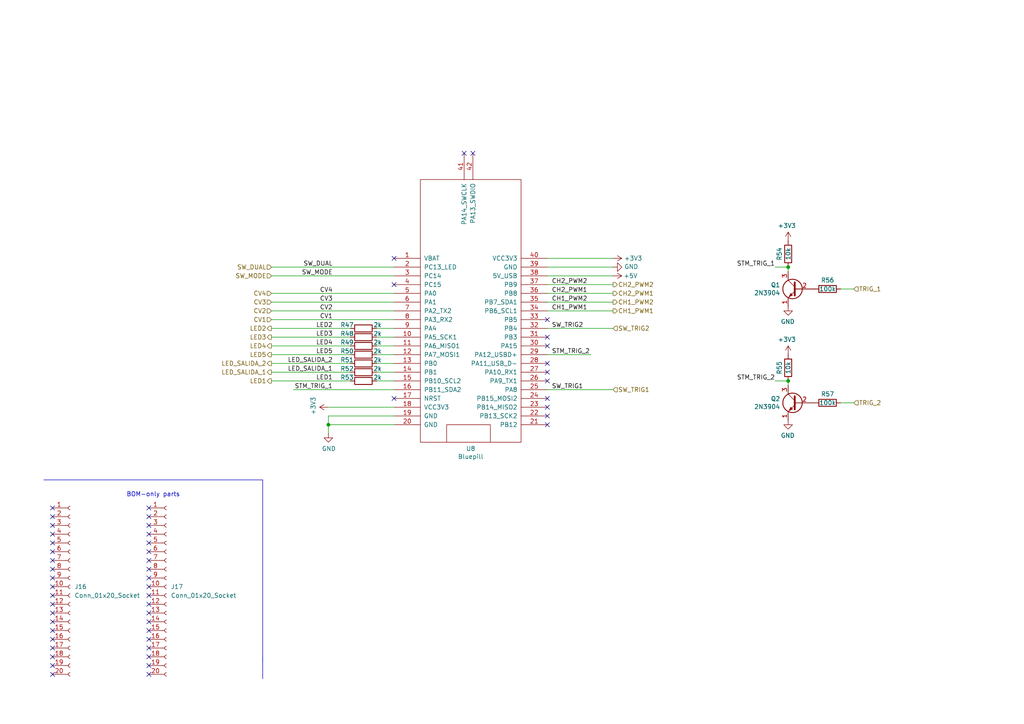
<source format=kicad_sch>
(kicad_sch (version 20231120) (generator "eeschema") (generator_version "8.0")
  (paper "A4")
  (title_block (title "Processor") (date "2024-09-14") (rev "v0.1") (company "Sluisbrinkie"))
  (lib_symbols
    (symbol "Connector:Conn_01x20_Socket" (pin_names (offset 1.016) hide)
      (property "Reference" "J" (at 0 25.4 0))
      (property "Value" "Conn_01x20_Socket" (at 0 -27.94 0))
      (symbol "Conn_01x20_Socket_1_1"
        (arc (start 0 -24.892) (mid -0.5058 -25.4) (end 0 -25.908) (stroke (width 0.1524)))
        (arc (start 0 -22.352) (mid -0.5058 -22.86) (end 0 -23.368) (stroke (width 0.1524)))
        (arc (start 0 -19.812) (mid -0.5058 -20.32) (end 0 -20.828) (stroke (width 0.1524)))
        (arc (start 0 -17.272) (mid -0.5058 -17.78) (end 0 -18.288) (stroke (width 0.1524)))
        (arc (start 0 -14.732) (mid -0.5058 -15.24) (end 0 -15.748) (stroke (width 0.1524)))
        (arc (start 0 -12.192) (mid -0.5058 -12.7) (end 0 -13.208) (stroke (width 0.1524)))
        (arc (start 0 -9.652) (mid -0.5058 -10.16) (end 0 -10.668) (stroke (width 0.1524)))
        (arc (start 0 -7.112) (mid -0.5058 -7.62) (end 0 -8.128) (stroke (width 0.1524)))
        (arc (start 0 -4.572) (mid -0.5058 -5.08) (end 0 -5.588) (stroke (width 0.1524)))
        (arc (start 0 -2.032) (mid -0.5058 -2.54) (end 0 -3.048) (stroke (width 0.1524)))
        (polyline (pts (xy -1.27 -25.4) (xy -0.508 -25.4)) (stroke (width 0.1524)))
        (polyline (pts (xy -1.27 -22.86) (xy -0.508 -22.86)) (stroke (width 0.1524)))
        (polyline (pts (xy -1.27 -20.32) (xy -0.508 -20.32)) (stroke (width 0.1524)))
        (polyline (pts (xy -1.27 -17.78) (xy -0.508 -17.78)) (stroke (width 0.1524)))
        (polyline (pts (xy -1.27 -15.24) (xy -0.508 -15.24)) (stroke (width 0.1524)))
        (polyline (pts (xy -1.27 -12.7) (xy -0.508 -12.7)) (stroke (width 0.1524)))
        (polyline (pts (xy -1.27 -10.16) (xy -0.508 -10.16)) (stroke (width 0.1524)))
        (polyline (pts (xy -1.27 -7.62) (xy -0.508 -7.62)) (stroke (width 0.1524)))
        (polyline (pts (xy -1.27 -5.08) (xy -0.508 -5.08)) (stroke (width 0.1524)))
        (polyline (pts (xy -1.27 -2.54) (xy -0.508 -2.54)) (stroke (width 0.1524)))
        (polyline (pts (xy -1.27 0) (xy -0.508 0)) (stroke (width 0.1524)))
        (polyline (pts (xy -1.27 2.54) (xy -0.508 2.54)) (stroke (width 0.1524)))
        (polyline (pts (xy -1.27 5.08) (xy -0.508 5.08)) (stroke (width 0.1524)))
        (polyline (pts (xy -1.27 7.62) (xy -0.508 7.62)) (stroke (width 0.1524)))
        (polyline (pts (xy -1.27 10.16) (xy -0.508 10.16)) (stroke (width 0.1524)))
        (polyline (pts (xy -1.27 12.7) (xy -0.508 12.7)) (stroke (width 0.1524)))
        (polyline (pts (xy -1.27 15.24) (xy -0.508 15.24)) (stroke (width 0.1524)))
        (polyline (pts (xy -1.27 17.78) (xy -0.508 17.78)) (stroke (width 0.1524)))
        (polyline (pts (xy -1.27 20.32) (xy -0.508 20.32)) (stroke (width 0.1524)))
        (polyline (pts (xy -1.27 22.86) (xy -0.508 22.86)) (stroke (width 0.1524)))
        (arc (start 0 0.508) (mid -0.5058 0) (end 0 -0.508) (stroke (width 0.1524)))
        (arc (start 0 3.048) (mid -0.5058 2.54) (end 0 2.032) (stroke (width 0.1524)))
        (arc (start 0 5.588) (mid -0.5058 5.08) (end 0 4.572) (stroke (width 0.1524)))
        (arc (start 0 8.128) (mid -0.5058 7.62) (end 0 7.112) (stroke (width 0.1524)))
        (arc (start 0 10.668) (mid -0.5058 10.16) (end 0 9.652) (stroke (width 0.1524)))
        (arc (start 0 13.208) (mid -0.5058 12.7) (end 0 12.192) (stroke (width 0.1524)))
        (arc (start 0 15.748) (mid -0.5058 15.24) (end 0 14.732) (stroke (width 0.1524)))
        (arc (start 0 18.288) (mid -0.5058 17.78) (end 0 17.272) (stroke (width 0.1524)))
        (arc (start 0 20.828) (mid -0.5058 20.32) (end 0 19.812) (stroke (width 0.1524)))
        (arc (start 0 23.368) (mid -0.5058 22.86) (end 0 22.352) (stroke (width 0.1524)))
        (pin passive line (at -5.08 22.86 0) (length 3.81) (name "Pin_1") (number "1"))
        (pin passive line (at -5.08 0 0) (length 3.81) (name "Pin_10") (number "10"))
        (pin passive line (at -5.08 -2.54 0) (length 3.81) (name "Pin_11") (number "11"))
        (pin passive line (at -5.08 -5.08 0) (length 3.81) (name "Pin_12") (number "12"))
        (pin passive line (at -5.08 -7.62 0) (length 3.81) (name "Pin_13") (number "13"))
        (pin passive line (at -5.08 -10.16 0) (length 3.81) (name "Pin_14") (number "14"))
        (pin passive line (at -5.08 -12.7 0) (length 3.81) (name "Pin_15") (number "15"))
        (pin passive line (at -5.08 -15.24 0) (length 3.81) (name "Pin_16") (number "16"))
        (pin passive line (at -5.08 -17.78 0) (length 3.81) (name "Pin_17") (number "17"))
        (pin passive line (at -5.08 -20.32 0) (length 3.81) (name "Pin_18") (number "18"))
        (pin passive line (at -5.08 -22.86 0) (length 3.81) (name "Pin_19") (number "19"))
        (pin passive line (at -5.08 20.32 0) (length 3.81) (name "Pin_2") (number "2"))
        (pin passive line (at -5.08 -25.4 0) (length 3.81) (name "Pin_20") (number "20"))
        (pin passive line (at -5.08 17.78 0) (length 3.81) (name "Pin_3") (number "3"))
        (pin passive line (at -5.08 15.24 0) (length 3.81) (name "Pin_4") (number "4"))
        (pin passive line (at -5.08 12.7 0) (length 3.81) (name "Pin_5") (number "5"))
        (pin passive line (at -5.08 10.16 0) (length 3.81) (name "Pin_6") (number "6"))
        (pin passive line (at -5.08 7.62 0) (length 3.81) (name "Pin_7") (number "7"))
        (pin passive line (at -5.08 5.08 0) (length 3.81) (name "Pin_8") (number "8"))
        (pin passive line (at -5.08 2.54 0) (length 3.81) (name "Pin_9") (number "9"))
      )
    )
    (symbol "Device:R" (pin_numbers hide) (pin_names (offset 0))
      (property "Reference" "R" (at 2.032 0 90))
      (property "Value" "R" (at 0 0 90))
      (symbol "R_0_1"
        (rectangle (start -1.016 -2.54) (end 1.016 2.54) (stroke (width 0.254)))
      )
      (symbol "R_1_1"
        (pin passive line (at 0 3.81 270) (length 1.27) (name "~") (number "1"))
        (pin passive line (at 0 -3.81 90) (length 1.27) (name "~") (number "2"))
      )
    )
    (symbol "Transistor_BJT:2N3904" (pin_names (offset 0) hide)
      (property "Reference" "Q" (at 5.08 1.905 0))
      (property "Value" "2N3904" (at 5.08 0 0))
      (symbol "2N3904_0_1"
        (polyline (pts (xy 0.635 0.635) (xy 2.54 2.54)))
        (polyline (pts (xy 0.635 -0.635) (xy 2.54 -2.54) (xy 2.54 -2.54)))
        (polyline (pts (xy 0.635 1.905) (xy 0.635 -1.905) (xy 0.635 -1.905)) (stroke (width 0.508)))
        (polyline (pts (xy 1.27 -1.778) (xy 1.778 -1.27) (xy 2.286 -2.286) (xy 1.27 -1.778) (xy 1.27 -1.778)) (fill (type outline)))
        (circle (center 1.27 0) (radius 2.8194) (stroke (width 0.254)))
      )
      (symbol "2N3904_1_1"
        (pin passive line (at 2.54 -5.08 90) (length 2.54) (name "E") (number "1"))
        (pin passive line (at -5.08 0 0) (length 5.715) (name "B") (number "2"))
        (pin passive line (at 2.54 5.08 270) (length 2.54) (name "C") (number "3"))
      )
    )
    (symbol "bluepill_breakouts:BluePill_STM32F103C" (pin_names (offset 1.016))
      (property "Reference" "U" (at -11.43 -34.29 0))
      (property "Value" "BluePill_STM32F103C" (at 1.27 21.59 0))
      (symbol "BluePill_STM32F103C_0_1"
        (rectangle (start -6.35 -35.56) (end 6.35 -30.48))
      )
      (symbol "BluePill_STM32F103C_1_0"
        (rectangle (start -13.97 -35.56) (end 15.24 40.64))
      )
      (symbol "BluePill_STM32F103C_1_1"
        (pin power_in line (at -21.59 17.78 0) (length 7.62) (name "VBAT") (number "1"))
        (pin bidirectional line (at -21.59 -5.08 0) (length 7.62) (name "PA5_SCK1") (number "10"))
        (pin bidirectional line (at -21.59 -7.62 0) (length 7.62) (name "PA6_MISO1") (number "11"))
        (pin bidirectional line (at -21.59 -10.16 0) (length 7.62) (name "PA7_MOSI1") (number "12"))
        (pin bidirectional line (at -21.59 -12.7 0) (length 7.62) (name "PB0") (number "13"))
        (pin bidirectional line (at -21.59 -15.24 0) (length 7.62) (name "PB1") (number "14"))
        (pin bidirectional line (at -21.59 -17.78 0) (length 7.62) (name "PB10_SCL2") (number "15"))
        (pin bidirectional line (at -21.59 -20.32 0) (length 7.62) (name "PB11_SDA2") (number "16"))
        (pin input line (at -21.59 -22.86 0) (length 7.62) (name "NRST") (number "17"))
        (pin bidirectional line (at -21.59 -25.4 0) (length 7.62) (name "VCC3V3") (number "18"))
        (pin power_in line (at -21.59 -27.94 0) (length 7.62) (name "GND") (number "19"))
        (pin bidirectional line (at -21.59 15.24 0) (length 7.62) (name "PC13_LED") (number "2"))
        (pin power_in line (at -21.59 -30.48 0) (length 7.62) (name "GND") (number "20"))
        (pin bidirectional line (at 22.86 -30.48 180) (length 7.62) (name "PB12") (number "21"))
        (pin bidirectional line (at 22.86 -27.94 180) (length 7.62) (name "PB13_SCK2") (number "22"))
        (pin bidirectional line (at 22.86 -25.4 180) (length 7.62) (name "PB14_MISO2") (number "23"))
        (pin bidirectional line (at 22.86 -22.86 180) (length 7.62) (name "PB15_MOSI2") (number "24"))
        (pin bidirectional line (at 22.86 -20.32 180) (length 7.62) (name "PA8") (number "25"))
        (pin bidirectional line (at 22.86 -17.78 180) (length 7.62) (name "PA9_TX1") (number "26"))
        (pin bidirectional line (at 22.86 -15.24 180) (length 7.62) (name "PA10_RX1") (number "27"))
        (pin bidirectional line (at 22.86 -12.7 180) (length 7.62) (name "PA11_USB_D-") (number "28"))
        (pin bidirectional line (at 22.86 -10.16 180) (length 7.62) (name "PA12_USBD+") (number "29"))
        (pin bidirectional line (at -21.59 12.7 0) (length 7.62) (name "PC14") (number "3"))
        (pin bidirectional line (at 22.86 -7.62 180) (length 7.62) (name "PA15") (number "30"))
        (pin bidirectional line (at 22.86 -5.08 180) (length 7.62) (name "PB3") (number "31"))
        (pin bidirectional line (at 22.86 -2.54 180) (length 7.62) (name "PB4") (number "32"))
        (pin bidirectional line (at 22.86 0 180) (length 7.62) (name "PB5") (number "33"))
        (pin bidirectional line (at 22.86 2.54 180) (length 7.62) (name "PB6_SCL1") (number "34"))
        (pin bidirectional line (at 22.86 5.08 180) (length 7.62) (name "PB7_SDA1") (number "35"))
        (pin bidirectional line (at 22.86 7.62 180) (length 7.62) (name "PB8") (number "36"))
        (pin bidirectional line (at 22.86 10.16 180) (length 7.62) (name "PB9") (number "37"))
        (pin bidirectional line (at 22.86 12.7 180) (length 7.62) (name "5V_USB") (number "38"))
        (pin power_in line (at 22.86 15.24 180) (length 7.62) (name "GND") (number "39"))
        (pin bidirectional line (at -21.59 10.16 0) (length 7.62) (name "PC15") (number "4"))
        (pin bidirectional line (at 22.86 17.78 180) (length 7.62) (name "VCC3V3") (number "40"))
        (pin bidirectional line (at -1.27 48.26 270) (length 7.62) (name "PA14_SWCLK") (number "41"))
        (pin bidirectional line (at 1.27 48.26 270) (length 7.62) (name "PA13_SWDIO") (number "42"))
        (pin bidirectional line (at -21.59 7.62 0) (length 7.62) (name "PA0") (number "5"))
        (pin bidirectional line (at -21.59 5.08 0) (length 7.62) (name "PA1") (number "6"))
        (pin bidirectional line (at -21.59 2.54 0) (length 7.62) (name "PA2_TX2") (number "7"))
        (pin bidirectional line (at -21.59 0 0) (length 7.62) (name "PA3_RX2") (number "8"))
        (pin bidirectional line (at -21.59 -2.54 0) (length 7.62) (name "PA4") (number "9"))
      )
    )
    (symbol "power:+3V3" (power) (pin_numbers hide) (pin_names (offset 0) hide)
      (property "Value" "+3V3" (at 0 3.556 0))
      (symbol "+3V3_0_1"
        (polyline (pts (xy -0.762 1.27) (xy 0 2.54)))
        (polyline (pts (xy 0 0) (xy 0 2.54)))
        (polyline (pts (xy 0 2.54) (xy 0.762 1.27)))
      )
      (symbol "+3V3_1_1"
        (pin power_in line (at 0 0 90) (length 0) (name "~") (number "1"))
      )
    )
    (symbol "power:+5V" (power) (pin_numbers hide) (pin_names (offset 0) hide)
      (property "Value" "+5V" (at 0 3.556 0))
      (symbol "+5V_0_1"
        (polyline (pts (xy -0.762 1.27) (xy 0 2.54)))
        (polyline (pts (xy 0 0) (xy 0 2.54)))
        (polyline (pts (xy 0 2.54) (xy 0.762 1.27)))
      )
      (symbol "+5V_1_1"
        (pin power_in line (at 0 0 90) (length 0) (name "~") (number "1"))
      )
    )
    (symbol "power:GND" (power) (pin_numbers hide) (pin_names (offset 0) hide)
      (property "Value" "GND" (at 0 -3.81 0))
      (symbol "GND_0_1"
        (polyline (pts (xy 0 0) (xy 0 -1.27) (xy 1.27 -1.27) (xy 0 -2.54) (xy -1.27 -1.27) (xy 0 -1.27)))
      )
      (symbol "GND_1_1"
        (pin power_in line (at 0 0 270) (length 0) (name "~") (number "1"))
      )
    )
  )
  (junction (at 228.6 77.47))
  (junction (at 95.25 123.19))
  (junction (at 228.6 110.49))
  (no_connect (at 15.24 167.64))
  (no_connect (at 158.75 97.79))
  (no_connect (at 43.18 177.8))
  (no_connect (at 43.18 147.32))
  (no_connect (at 158.75 118.11))
  (no_connect (at 15.24 182.88))
  (no_connect (at 15.24 154.94))
  (no_connect (at 15.24 149.86))
  (no_connect (at 158.75 110.49))
  (no_connect (at 158.75 92.71))
  (no_connect (at 43.18 167.64))
  (no_connect (at 114.3 82.55))
  (no_connect (at 137.16 44.45))
  (no_connect (at 43.18 190.5))
  (no_connect (at 15.24 175.26))
  (no_connect (at 114.3 115.57))
  (no_connect (at 15.24 193.04))
  (no_connect (at 15.24 180.34))
  (no_connect (at 43.18 162.56))
  (no_connect (at 15.24 190.5))
  (no_connect (at 15.24 177.8))
  (no_connect (at 43.18 180.34))
  (no_connect (at 43.18 157.48))
  (no_connect (at 15.24 172.72))
  (no_connect (at 43.18 187.96))
  (no_connect (at 15.24 157.48))
  (no_connect (at 158.75 105.41))
  (no_connect (at 158.75 107.95))
  (no_connect (at 43.18 160.02))
  (no_connect (at 43.18 193.04))
  (no_connect (at 43.18 185.42))
  (no_connect (at 43.18 152.4))
  (no_connect (at 15.24 147.32))
  (no_connect (at 15.24 162.56))
  (no_connect (at 158.75 100.33))
  (no_connect (at 134.62 44.45))
  (no_connect (at 15.24 165.1))
  (no_connect (at 43.18 182.88))
  (no_connect (at 43.18 195.58))
  (no_connect (at 43.18 172.72))
  (no_connect (at 15.24 170.18))
  (no_connect (at 43.18 154.94))
  (no_connect (at 15.24 195.58))
  (no_connect (at 15.24 185.42))
  (no_connect (at 158.75 123.19))
  (no_connect (at 114.3 74.93))
  (no_connect (at 43.18 165.1))
  (no_connect (at 43.18 149.86))
  (no_connect (at 15.24 187.96))
  (no_connect (at 158.75 120.65))
  (no_connect (at 43.18 170.18))
  (no_connect (at 158.75 115.57))
  (no_connect (at 15.24 160.02))
  (no_connect (at 43.18 175.26))
  (no_connect (at 15.24 152.4))
  (wire (pts (xy 78.74 105.41) (xy 101.6 105.41)))
  (wire (pts (xy 95.25 123.19) (xy 95.25 125.73)))
  (wire (pts (xy 158.75 113.03) (xy 177.8 113.03)))
  (wire (pts (xy 158.75 87.63) (xy 177.8 87.63)))
  (wire (pts (xy 158.75 90.17) (xy 177.8 90.17)))
  (wire (pts (xy 85.09 113.03) (xy 114.3 113.03)))
  (wire (pts (xy 158.75 80.01) (xy 177.8 80.01)))
  (polyline (pts (xy 76.2 190.5) (xy 76.2 191.77)))
  (wire (pts (xy 78.74 107.95) (xy 101.6 107.95)))
  (wire (pts (xy 158.75 82.55) (xy 177.8 82.55)))
  (wire (pts (xy 158.75 102.87) (xy 171.45 102.87)))
  (wire (pts (xy 224.79 110.49) (xy 228.6 110.49)))
  (wire (pts (xy 224.79 77.47) (xy 228.6 77.47)))
  (wire (pts (xy 109.22 110.49) (xy 114.3 110.49)))
  (wire (pts (xy 228.6 110.49) (xy 228.6 111.76)))
  (polyline (pts (xy 76.2 191.77) (xy 76.2 196.85)))
  (wire (pts (xy 78.74 85.09) (xy 114.3 85.09)))
  (wire (pts (xy 228.6 77.47) (xy 228.6 78.74)))
  (wire (pts (xy 158.75 77.47) (xy 177.8 77.47)))
  (wire (pts (xy 95.25 123.19) (xy 114.3 123.19)))
  (wire (pts (xy 109.22 107.95) (xy 114.3 107.95)))
  (wire (pts (xy 243.84 116.84) (xy 247.65 116.84)))
  (wire (pts (xy 78.74 110.49) (xy 101.6 110.49)))
  (wire (pts (xy 78.74 90.17) (xy 114.3 90.17)))
  (wire (pts (xy 109.22 102.87) (xy 114.3 102.87)))
  (wire (pts (xy 78.74 87.63) (xy 114.3 87.63)))
  (wire (pts (xy 78.74 97.79) (xy 101.6 97.79)))
  (wire (pts (xy 78.74 80.01) (xy 114.3 80.01)))
  (wire (pts (xy 158.75 74.93) (xy 177.8 74.93)))
  (wire (pts (xy 78.74 92.71) (xy 114.3 92.71)))
  (wire (pts (xy 95.25 118.11) (xy 114.3 118.11)))
  (polyline (pts (xy 12.7 139.192) (xy 76.2 139.192)))
  (wire (pts (xy 78.74 100.33) (xy 101.6 100.33)))
  (wire (pts (xy 243.84 83.82) (xy 247.65 83.82)))
  (wire (pts (xy 109.22 95.25) (xy 114.3 95.25)))
  (wire (pts (xy 158.75 85.09) (xy 177.8 85.09)))
  (wire (pts (xy 158.75 95.25) (xy 177.8 95.25)))
  (wire (pts (xy 95.25 123.19) (xy 95.25 120.65)))
  (wire (pts (xy 95.25 120.65) (xy 114.3 120.65)))
  (wire (pts (xy 109.22 100.33) (xy 114.3 100.33)))
  (wire (pts (xy 109.22 105.41) (xy 114.3 105.41)))
  (wire (pts (xy 78.74 102.87) (xy 101.6 102.87)))
  (wire (pts (xy 109.22 97.79) (xy 114.3 97.79)))
  (wire (pts (xy 78.74 95.25) (xy 101.6 95.25)))
  (polyline (pts (xy 76.2 139.192) (xy 76.2 191.77)))
  (wire (pts (xy 78.74 77.47) (xy 114.3 77.47)))
  (text "BOM-only parts\n" (at 44.45 143.51 0) (effects (font (size 1.27 1.27))))
  (label "LED2" (at 96.52 95.25 180))
  (label "LED4" (at 96.52 100.33 180))
  (label "CH2_PWM1" (at 160.02 85.09 0))
  (label "CV3" (at 96.52 87.63 180))
  (label "STM_TRIG_2" (at 224.79 110.49 180))
  (label "LED_SALIDA_1" (at 96.52 107.95 180))
  (label "SW_DUAL" (at 96.52 77.47 180))
  (label "SW_TRIG2" (at 160.02 95.25 0))
  (label "CV1" (at 96.52 92.71 180))
  (label "STM_TRIG_1" (at 224.79 77.47 180))
  (label "STM_TRIG_2" (at 160.02 102.87 0))
  (label "STM_TRIG_1" (at 96.52 113.03 180))
  (label "LED3" (at 96.52 97.79 180))
  (label "CH1_PWM1" (at 160.02 90.17 0))
  (label "CV4" (at 96.52 85.09 180))
  (label "SW_TRIG1" (at 160.02 113.03 0))
  (label "LED1" (at 96.52 110.49 180))
  (label "CH1_PWM2" (at 160.02 87.63 0))
  (label "SW_MODE" (at 96.52 80.01 180))
  (label "LED_SALIDA_2" (at 96.52 105.41 180))
  (label "CV2" (at 96.52 90.17 180))
  (label "CH2_PWM2" (at 160.02 82.55 0))
  (label "LED5" (at 96.52 102.87 180))
  (hierarchical_label "CH2_PWM1" (shape output) (at 177.8 85.09 0))
  (hierarchical_label "LED4" (shape output) (at 78.74 100.33 180))
  (hierarchical_label "SW_TRIG2" (shape input) (at 177.8 95.25 0))
  (hierarchical_label "CV4" (shape input) (at 78.74 85.09 180))
  (hierarchical_label "CH2_PWM2" (shape output) (at 177.8 82.55 0))
  (hierarchical_label "CH1_PWM1" (shape output) (at 177.8 90.17 0))
  (hierarchical_label "CH1_PWM2" (shape output) (at 177.8 87.63 0))
  (hierarchical_label "SW_TRIG1" (shape input) (at 177.8 113.03 0))
  (hierarchical_label "LED_SALIDA_1" (shape output) (at 78.74 107.95 180))
  (hierarchical_label "CV3" (shape input) (at 78.74 87.63 180))
  (hierarchical_label "CV2" (shape input) (at 78.74 90.17 180))
  (hierarchical_label "LED3" (shape output) (at 78.74 97.79 180))
  (hierarchical_label "SW_DUAL" (shape input) (at 78.74 77.47 180))
  (hierarchical_label "LED5" (shape output) (at 78.74 102.87 180))
  (hierarchical_label "SW_MODE" (shape input) (at 78.74 80.01 180))
  (hierarchical_label "LED2" (shape output) (at 78.74 95.25 180))
  (hierarchical_label "CV1" (shape input) (at 78.74 92.71 180))
  (hierarchical_label "LED1" (shape output) (at 78.74 110.49 180))
  (hierarchical_label "TRIG_2" (shape input) (at 247.65 116.84 0))
  (hierarchical_label "LED_SALIDA_2" (shape output) (at 78.74 105.41 180))
  (hierarchical_label "TRIG_1" (shape input) (at 247.65 83.82 0))
  (symbol (lib_id "Device:R") (at 105.41 110.49 90) (unit 1)
    (property "Reference" "R53" (at 102.616 109.474 90) (effects (justify left)))
    (property "Value" "2k" (at 110.744 109.474 90) (effects (justify left)))
    (property "Footprint" "Resistor_THT:R_Axial_DIN0207_L6.3mm_D2.5mm_P7.62mm_Horizontal" (effects (hide yes)))
  )
  (symbol (lib_id "power:+3V3") (at 95.25 118.11 90) (unit 1)
    (property "Reference" "#PWR071" (effects (hide yes)))
    (property "Value" "+3V3" (at 90.8558 117.729 0))
  )
  (symbol (lib_id "Device:R") (at 228.6 73.66 0) (mirror y) (unit 1)
    (property "Reference" "R54" (at 226.06 73.66 90))
    (property "Value" "10k" (at 228.6 73.66 90))
    (property "Footprint" "Resistor_THT:R_Axial_DIN0207_L6.3mm_D2.5mm_P7.62mm_Horizontal" (effects (hide yes)))
  )
  (symbol (lib_id "power:+3V3") (at 177.8 74.93 270) (unit 1)
    (property "Reference" "#PWR073" (effects (hide yes)))
    (property "Value" "+3V3" (at 183.642 74.93 90))
  )
  (symbol (lib_id "Transistor_BJT:2N3904") (at 231.14 83.82 0) (mirror y) (unit 1)
    (property "Reference" "Q1" (at 226.314 82.6516 0) (effects (justify left)))
    (property "Value" "2N3904" (at 226.314 84.963 0) (effects (justify left)))
    (property "Footprint" "Package_TO_SOT_THT:TO-92_Inline_Wide" (effects (hide yes)))
    (property "Datasheet" "https://www.fairchildsemi.com/datasheets/2N/2N3904.pdf" (effects (hide yes)))
  )
  (symbol (lib_id "power:+5V") (at 177.8 80.01 270) (unit 1)
    (property "Reference" "#PWR075" (effects (hide yes)))
    (property "Value" "+5V" (at 180.848 80.01 90) (effects (justify left)))
  )
  (symbol (lib_id "Transistor_BJT:2N3904") (at 231.14 116.84 0) (mirror y) (unit 1)
    (property "Reference" "Q2" (at 226.314 115.6716 0) (effects (justify left)))
    (property "Value" "2N3904" (at 226.314 117.983 0) (effects (justify left)))
    (property "Footprint" "Package_TO_SOT_THT:TO-92_Inline_Wide" (effects (hide yes)))
    (property "Datasheet" "https://www.fairchildsemi.com/datasheets/2N/2N3904.pdf" (effects (hide yes)))
  )
  (symbol (lib_id "Device:R") (at 105.41 97.79 90) (unit 1)
    (property "Reference" "R48" (at 102.616 96.774 90) (effects (justify left)))
    (property "Value" "2k" (at 110.744 96.774 90) (effects (justify left)))
    (property "Footprint" "Resistor_THT:R_Axial_DIN0207_L6.3mm_D2.5mm_P7.62mm_Horizontal" (effects (hide yes)))
  )
  (symbol (lib_id "power:GND") (at 228.6 88.9 0) (mirror y) (unit 1)
    (property "Reference" "#PWR077" (effects (hide yes)))
    (property "Value" "GND" (at 228.473 93.2942 0))
  )
  (symbol (lib_id "power:+3V3") (at 228.6 102.87 0) (mirror y) (unit 1)
    (property "Reference" "#PWR078" (effects (hide yes)))
    (property "Value" "+3V3" (at 228.219 98.4758 0))
  )
  (symbol (lib_id "power:GND") (at 228.6 121.92 0) (mirror y) (unit 1)
    (property "Reference" "#PWR079" (effects (hide yes)))
    (property "Value" "GND" (at 228.473 126.3142 0))
  )
  (symbol (lib_id "Connector:Conn_01x20_Socket") (at 48.26 170.18 0) (unit 1) (on_board no)
    (property "Reference" "J17" (at 49.53 170.1799 0) (effects (justify left)))
    (property "Value" "Conn_01x20_Socket" (at 49.53 172.7199 0) (effects (justify left)))
    (property "Description" "Generic connector, single row, 01x20, script generated" (effects (hide yes)))
  )
  (symbol (lib_id "Device:R") (at 228.6 106.68 0) (mirror y) (unit 1)
    (property "Reference" "R55" (at 226.06 106.68 90))
    (property "Value" "10k" (at 228.6 106.68 90))
    (property "Footprint" "Resistor_THT:R_Axial_DIN0207_L6.3mm_D2.5mm_P7.62mm_Horizontal" (effects (hide yes)))
  )
  (symbol (lib_id "power:GND") (at 95.25 125.73 0) (unit 1)
    (property "Reference" "#PWR072" (effects (hide yes)))
    (property "Value" "GND" (at 95.377 130.1242 0))
  )
  (symbol (lib_id "Device:R") (at 105.41 105.41 90) (unit 1)
    (property "Reference" "R51" (at 102.616 104.394 90) (effects (justify left)))
    (property "Value" "2k" (at 110.744 104.394 90) (effects (justify left)))
    (property "Footprint" "Resistor_THT:R_Axial_DIN0207_L6.3mm_D2.5mm_P7.62mm_Horizontal" (effects (hide yes)))
  )
  (symbol (lib_id "Connector:Conn_01x20_Socket") (at 20.32 170.18 0) (unit 1) (on_board no)
    (property "Reference" "J16" (at 21.59 170.1799 0) (effects (justify left)))
    (property "Value" "Conn_01x20_Socket" (at 21.59 172.7199 0) (effects (justify left)))
    (property "Description" "Generic connector, single row, 01x20, script generated" (effects (hide yes)))
  )
  (symbol (lib_id "power:GND") (at 177.8 77.47 90) (unit 1)
    (property "Reference" "#PWR074" (effects (hide yes)))
    (property "Value" "GND" (at 181.0512 77.343 90) (effects (justify right)))
  )
  (symbol (lib_id "Device:R") (at 240.03 116.84 270) (mirror x) (unit 1)
    (property "Reference" "R57" (at 240.03 114.3 90))
    (property "Value" "100k" (at 240.03 116.84 90))
    (property "Footprint" "Resistor_THT:R_Axial_DIN0207_L6.3mm_D2.5mm_P7.62mm_Horizontal" (effects (hide yes)))
  )
  (symbol (lib_id "power:+3V3") (at 228.6 69.85 0) (mirror y) (unit 1)
    (property "Reference" "#PWR076" (effects (hide yes)))
    (property "Value" "+3V3" (at 228.219 65.4558 0))
  )
  (symbol (lib_id "Device:R") (at 105.41 102.87 90) (unit 1)
    (property "Reference" "R50" (at 102.616 101.854 90) (effects (justify left)))
    (property "Value" "2k" (at 110.744 101.854 90) (effects (justify left)))
    (property "Footprint" "Resistor_THT:R_Axial_DIN0207_L6.3mm_D2.5mm_P7.62mm_Horizontal" (effects (hide yes)))
  )
  (symbol (lib_id "Device:R") (at 240.03 83.82 270) (mirror x) (unit 1)
    (property "Reference" "R56" (at 240.03 81.28 90))
    (property "Value" "100k" (at 240.03 83.82 90))
    (property "Footprint" "Resistor_THT:R_Axial_DIN0207_L6.3mm_D2.5mm_P7.62mm_Horizontal" (effects (hide yes)))
  )
  (symbol (lib_id "bluepill_breakouts:BluePill_STM32F103C") (at 135.89 92.71 0) (unit 1)
    (property "Reference" "U8" (at 136.525 130.1242 0))
    (property "Value" "Bluepill" (at 136.525 132.4356 0))
    (property "Footprint" "BluePill_breakouts:BluePill_STM32F103C" (effects (hide yes)))
    (property "Datasheet" "http://www.ti.com/lit/ds/symlink/tl071.pdf" (effects (hide yes)))
  )
  (symbol (lib_id "Device:R") (at 105.41 100.33 90) (unit 1)
    (property "Reference" "R49" (at 102.616 99.314 90) (effects (justify left)))
    (property "Value" "2k" (at 110.744 99.314 90) (effects (justify left)))
    (property "Footprint" "Resistor_THT:R_Axial_DIN0207_L6.3mm_D2.5mm_P7.62mm_Horizontal" (effects (hide yes)))
  )
  (symbol (lib_id "Device:R") (at 105.41 107.95 90) (unit 1)
    (property "Reference" "R52" (at 102.616 106.934 90) (effects (justify left)))
    (property "Value" "2k" (at 110.744 106.934 90) (effects (justify left)))
    (property "Footprint" "Resistor_THT:R_Axial_DIN0207_L6.3mm_D2.5mm_P7.62mm_Horizontal" (effects (hide yes)))
  )
  (symbol (lib_id "Device:R") (at 105.41 95.25 90) (unit 1)
    (property "Reference" "R47" (at 102.616 94.234 90) (effects (justify left)))
    (property "Value" "2k" (at 110.744 94.234 90) (effects (justify left)))
    (property "Footprint" "Resistor_THT:R_Axial_DIN0207_L6.3mm_D2.5mm_P7.62mm_Horizontal" (effects (hide yes)))
  )
)
</source>
